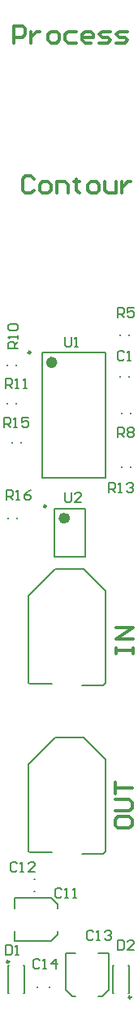
<source format=gto>
G04 Layer_Color=65535*
%FSLAX25Y25*%
%MOIN*%
G70*
G01*
G75*
%ADD21C,0.00800*%
%ADD31C,0.02362*%
%ADD32C,0.00984*%
%ADD33C,0.00600*%
%ADD34C,0.00787*%
%ADD35C,0.01300*%
D21*
X47500Y305500D02*
Y309499D01*
X49499D01*
X50166Y308832D01*
Y307499D01*
X49499Y306833D01*
X47500D01*
X48833D02*
X50166Y305500D01*
X54164Y309499D02*
X51499D01*
Y307499D01*
X52832Y308166D01*
X53498D01*
X54164Y307499D01*
Y306166D01*
X53498Y305500D01*
X52165D01*
X51499Y306166D01*
X50166Y291332D02*
X49499Y291999D01*
X48166D01*
X47500Y291332D01*
Y288666D01*
X48166Y288000D01*
X49499D01*
X50166Y288666D01*
X51499Y288000D02*
X52832D01*
X52165D01*
Y291999D01*
X51499Y291332D01*
X26000Y297499D02*
Y294166D01*
X26666Y293500D01*
X27999D01*
X28666Y294166D01*
Y297499D01*
X29999Y293500D02*
X31332D01*
X30665D01*
Y297499D01*
X29999Y296832D01*
X6500Y293000D02*
X2501D01*
Y294999D01*
X3168Y295666D01*
X4501D01*
X5167Y294999D01*
Y293000D01*
Y294333D02*
X6500Y295666D01*
Y296999D02*
Y298332D01*
Y297665D01*
X2501D01*
X3168Y296999D01*
Y300331D02*
X2501Y300997D01*
Y302330D01*
X3168Y302997D01*
X5834D01*
X6500Y302330D01*
Y300997D01*
X5834Y300331D01*
X3168D01*
X47500Y256500D02*
Y260499D01*
X49499D01*
X50166Y259832D01*
Y258499D01*
X49499Y257833D01*
X47500D01*
X48833D02*
X50166Y256500D01*
X51499Y259832D02*
X52165Y260499D01*
X53498D01*
X54164Y259832D01*
Y259166D01*
X53498Y258499D01*
X54164Y257833D01*
Y257166D01*
X53498Y256500D01*
X52165D01*
X51499Y257166D01*
Y257833D01*
X52165Y258499D01*
X51499Y259166D01*
Y259832D01*
X52165Y258499D02*
X53498D01*
X1500Y276500D02*
Y280499D01*
X3499D01*
X4166Y279832D01*
Y278499D01*
X3499Y277833D01*
X1500D01*
X2833D02*
X4166Y276500D01*
X5499D02*
X6832D01*
X6165D01*
Y280499D01*
X5499Y279832D01*
X8831Y276500D02*
X10164D01*
X9497D01*
Y280499D01*
X8831Y279832D01*
X1000Y260500D02*
Y264499D01*
X2999D01*
X3666Y263832D01*
Y262499D01*
X2999Y261833D01*
X1000D01*
X2333D02*
X3666Y260500D01*
X4999D02*
X6332D01*
X5665D01*
Y264499D01*
X4999Y263832D01*
X10997Y264499D02*
X8331D01*
Y262499D01*
X9664Y263166D01*
X10330D01*
X10997Y262499D01*
Y261166D01*
X10330Y260500D01*
X8997D01*
X8331Y261166D01*
X44000Y234000D02*
Y237999D01*
X45999D01*
X46666Y237332D01*
Y235999D01*
X45999Y235333D01*
X44000D01*
X45333D02*
X46666Y234000D01*
X47999D02*
X49332D01*
X48665D01*
Y237999D01*
X47999Y237332D01*
X51331D02*
X51997Y237999D01*
X53330D01*
X53997Y237332D01*
Y236666D01*
X53330Y235999D01*
X52664D01*
X53330D01*
X53997Y235333D01*
Y234666D01*
X53330Y234000D01*
X51997D01*
X51331Y234666D01*
X26000Y233999D02*
Y230666D01*
X26666Y230000D01*
X27999D01*
X28666Y230666D01*
Y233999D01*
X32664Y230000D02*
X29999D01*
X32664Y232666D01*
Y233332D01*
X31998Y233999D01*
X30665D01*
X29999Y233332D01*
X2000Y231000D02*
Y234999D01*
X3999D01*
X4666Y234332D01*
Y232999D01*
X3999Y232333D01*
X2000D01*
X3333D02*
X4666Y231000D01*
X5999D02*
X7332D01*
X6665D01*
Y234999D01*
X5999Y234332D01*
X11997Y234999D02*
X10664Y234332D01*
X9331Y232999D01*
Y231666D01*
X9997Y231000D01*
X11330D01*
X11997Y231666D01*
Y232333D01*
X11330Y232999D01*
X9331D01*
X6166Y81832D02*
X5499Y82499D01*
X4166D01*
X3500Y81832D01*
Y79166D01*
X4166Y78500D01*
X5499D01*
X6166Y79166D01*
X7499Y78500D02*
X8832D01*
X8165D01*
Y82499D01*
X7499Y81832D01*
X13497Y78500D02*
X10831D01*
X13497Y81166D01*
Y81832D01*
X12830Y82499D01*
X11497D01*
X10831Y81832D01*
X37666Y53832D02*
X36999Y54499D01*
X35666D01*
X35000Y53832D01*
Y51166D01*
X35666Y50500D01*
X36999D01*
X37666Y51166D01*
X38999Y50500D02*
X40332D01*
X39665D01*
Y54499D01*
X38999Y53832D01*
X42331D02*
X42997Y54499D01*
X44330D01*
X44997Y53832D01*
Y53166D01*
X44330Y52499D01*
X43664D01*
X44330D01*
X44997Y51833D01*
Y51166D01*
X44330Y50500D01*
X42997D01*
X42331Y51166D01*
X15666Y42332D02*
X14999Y42999D01*
X13667D01*
X13000Y42332D01*
Y39666D01*
X13667Y39000D01*
X14999D01*
X15666Y39666D01*
X16999Y39000D02*
X18332D01*
X17665D01*
Y42999D01*
X16999Y42332D01*
X22330Y39000D02*
Y42999D01*
X20331Y40999D01*
X22997D01*
X47500Y50499D02*
Y46500D01*
X49499D01*
X50166Y47166D01*
Y49832D01*
X49499Y50499D01*
X47500D01*
X54164Y46500D02*
X51499D01*
X54164Y49166D01*
Y49832D01*
X53498Y50499D01*
X52165D01*
X51499Y49832D01*
X1500Y48499D02*
Y44500D01*
X3499D01*
X4166Y45166D01*
Y47832D01*
X3499Y48499D01*
X1500D01*
X5499Y44500D02*
X6832D01*
X6165D01*
Y48499D01*
X5499Y47832D01*
X24666Y71332D02*
X23999Y71999D01*
X22667D01*
X22000Y71332D01*
Y68666D01*
X22667Y68000D01*
X23999D01*
X24666Y68666D01*
X25999Y68000D02*
X27332D01*
X26665D01*
Y71999D01*
X25999Y71332D01*
X29331Y68000D02*
X30664D01*
X29997D01*
Y71999D01*
X29331Y71332D01*
D31*
X21626Y287154D02*
G03*
X21626Y287154I-1181J0D01*
G01*
X26819Y223406D02*
G03*
X26819Y223406I-1181J0D01*
G01*
D32*
X11784Y291248D02*
G03*
X11784Y291248I-492J0D01*
G01*
X18158Y228248D02*
G03*
X18158Y228248I-492J0D01*
G01*
X53035Y27217D02*
G03*
X53035Y27217I-492J0D01*
G01*
X2949Y41783D02*
G03*
X2949Y41783I-492J0D01*
G01*
D33*
X11500Y155500D02*
X20500D01*
X11000Y156000D02*
X11500Y155500D01*
X11000Y156000D02*
Y191500D01*
X22000Y202500D01*
X33500D01*
X42500Y193500D01*
Y156000D02*
Y193500D01*
X41500Y155000D02*
X42500Y156000D01*
X33000Y155000D02*
X41500D01*
X11500Y86500D02*
X20500D01*
X11000Y87000D02*
X11500Y86500D01*
X11000Y87000D02*
Y122500D01*
X22000Y133500D01*
X33500D01*
X42500Y124500D01*
Y87000D02*
Y124500D01*
X41500Y86000D02*
X42500Y87000D01*
X33000Y86000D02*
X41500D01*
D34*
X52272Y298303D02*
Y298697D01*
X48728Y298303D02*
Y298697D01*
X52272Y281303D02*
Y281697D01*
X48728Y281303D02*
Y281697D01*
X16508Y239910D02*
X42492D01*
X16508Y291090D02*
X42492D01*
Y239910D02*
Y291090D01*
X16508Y239910D02*
Y291090D01*
X2228Y285803D02*
Y286197D01*
X5772Y285803D02*
Y286197D01*
X52772Y266303D02*
Y266697D01*
X49228Y266303D02*
Y266697D01*
X2228Y270303D02*
Y270697D01*
X5772Y270303D02*
Y270697D01*
X7772Y254303D02*
Y254697D01*
X4228Y254303D02*
Y254697D01*
X52772Y244303D02*
Y244697D01*
X49228Y244303D02*
Y244697D01*
X21701Y207658D02*
X34299D01*
X21701Y227343D02*
X34299D01*
Y207658D02*
Y227343D01*
X21701Y207658D02*
Y227343D01*
X2728Y223303D02*
Y223697D01*
X6272Y223303D02*
Y223697D01*
X13303Y75461D02*
X13697D01*
X13303Y70539D02*
X13697D01*
X26142Y45358D02*
X30276D01*
X39724D02*
X43858D01*
X26142Y30398D02*
Y45358D01*
Y30398D02*
X28898Y27642D01*
X30276D01*
X43858Y30398D02*
Y45358D01*
X41102Y27642D02*
X43858Y30398D01*
X39724Y27642D02*
X41102D01*
X19461Y31303D02*
Y31697D01*
X14539Y31303D02*
Y31697D01*
X45654Y40110D02*
X46047D01*
X45654Y28890D02*
X46047D01*
X51953Y40110D02*
X52346D01*
X51953Y28890D02*
X52346D01*
X45654D02*
Y40110D01*
X52346Y28890D02*
Y40110D01*
X8953Y28890D02*
X9347D01*
X8953Y40110D02*
X9347D01*
X2654Y28890D02*
X3047D01*
X2654Y40110D02*
X3047D01*
X9347Y28890D02*
Y40110D01*
X2654Y28890D02*
Y40110D01*
X5142Y50142D02*
Y54276D01*
Y63724D02*
Y67858D01*
Y50142D02*
X20102D01*
X22858Y52898D01*
Y54276D01*
X5142Y67858D02*
X20102D01*
X22858Y65102D01*
Y63724D02*
Y65102D01*
D35*
X5000Y418000D02*
Y424998D01*
X8499D01*
X9665Y423832D01*
Y421499D01*
X8499Y420333D01*
X5000D01*
X11998Y422665D02*
Y418000D01*
Y420333D01*
X13164Y421499D01*
X14330Y422665D01*
X15497D01*
X20162Y418000D02*
X22494D01*
X23661Y419166D01*
Y421499D01*
X22494Y422665D01*
X20162D01*
X18995Y421499D01*
Y419166D01*
X20162Y418000D01*
X30658Y422665D02*
X27160D01*
X25993Y421499D01*
Y419166D01*
X27160Y418000D01*
X30658D01*
X36490D02*
X34157D01*
X32991Y419166D01*
Y421499D01*
X34157Y422665D01*
X36490D01*
X37656Y421499D01*
Y420333D01*
X32991D01*
X39989Y418000D02*
X43488D01*
X44654Y419166D01*
X43488Y420333D01*
X41155D01*
X39989Y421499D01*
X41155Y422665D01*
X44654D01*
X46986Y418000D02*
X50485D01*
X51652Y419166D01*
X50485Y420333D01*
X48153D01*
X46986Y421499D01*
X48153Y422665D01*
X51652D01*
X13165Y362331D02*
X11999Y363498D01*
X9666D01*
X8500Y362331D01*
Y357666D01*
X9666Y356500D01*
X11999D01*
X13165Y357666D01*
X16664Y356500D02*
X18997D01*
X20163Y357666D01*
Y359999D01*
X18997Y361165D01*
X16664D01*
X15498Y359999D01*
Y357666D01*
X16664Y356500D01*
X22496D02*
Y361165D01*
X25994D01*
X27161Y359999D01*
Y356500D01*
X30659Y362331D02*
Y361165D01*
X29493D01*
X31826D01*
X30659D01*
Y357666D01*
X31826Y356500D01*
X36491D02*
X38824D01*
X39990Y357666D01*
Y359999D01*
X38824Y361165D01*
X36491D01*
X35325Y359999D01*
Y357666D01*
X36491Y356500D01*
X42322Y361165D02*
Y357666D01*
X43489Y356500D01*
X46988D01*
Y361165D01*
X49320D02*
Y356500D01*
Y358833D01*
X50486Y359999D01*
X51653Y361165D01*
X52819D01*
X47002Y168000D02*
Y170333D01*
Y169166D01*
X54000D01*
Y168000D01*
Y170333D01*
Y173831D02*
X47002D01*
X54000Y178497D01*
X47002D01*
X46502Y99999D02*
Y97666D01*
X47668Y96500D01*
X52334D01*
X53500Y97666D01*
Y99999D01*
X52334Y101165D01*
X47668D01*
X46502Y99999D01*
Y103498D02*
X52334D01*
X53500Y104664D01*
Y106997D01*
X52334Y108163D01*
X46502D01*
Y110495D02*
Y115161D01*
Y112828D01*
X53500D01*
M02*

</source>
